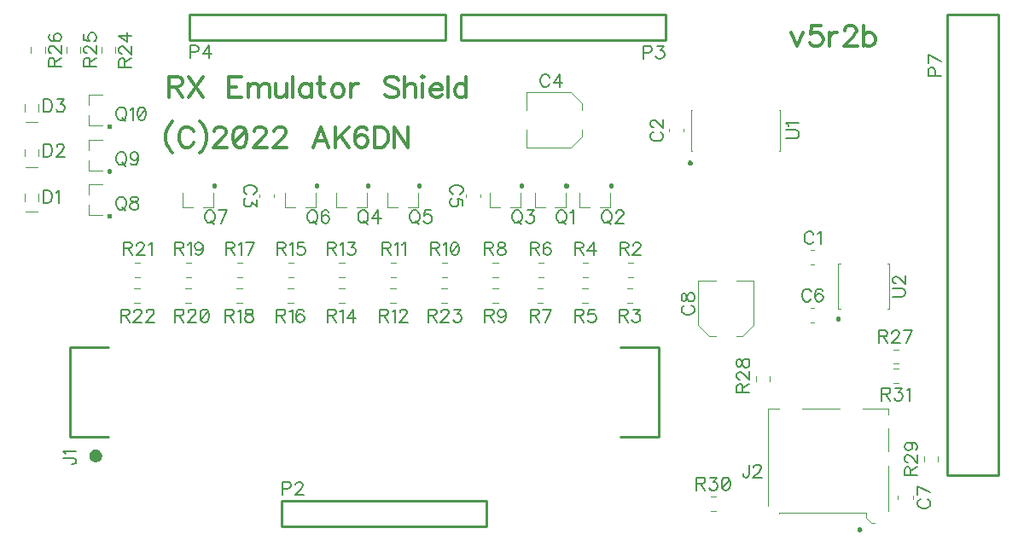
<source format=gto>
G04 DipTrace 4.3.0.2*
G04 TopSilk.gbr*
%MOIN*%
G04 #@! TF.FileFunction,Legend,Top*
G04 #@! TF.Part,Single*
%ADD10C,0.01*%
%ADD13C,0.004724*%
%ADD20C,0.003937*%
%ADD47C,0.00772*%
%ADD48C,0.012351*%
%FSLAX26Y26*%
G04*
G70*
G90*
G75*
G01*
G04 TopSilk*
%LPD*%
X3119094Y1128740D2*
D13*
X3130906D1*
X3119094Y1071260D2*
X3130906D1*
X2565009Y1590846D2*
Y1602657D1*
X2622490Y1590847D2*
X2622489Y1602658D1*
X1022491Y1346654D2*
Y1334843D1*
X965010Y1346654D2*
Y1334843D1*
X2009252Y1598130D2*
Y1529232D1*
X2182480D1*
X2225787Y1572539D1*
Y1598130D1*
X2009252Y1676870D2*
Y1745768D1*
X2182480D1*
X2225787Y1702461D1*
Y1676870D1*
X1828740Y1346655D2*
Y1334844D1*
X1771260Y1346655D2*
Y1334844D1*
X3119094Y903740D2*
X3130905D1*
X3119095Y846260D2*
X3130906D1*
X3458760Y156594D2*
Y168405D1*
X3516240Y156595D2*
Y168406D1*
X2748130Y1008268D2*
X2679232D1*
Y835039D1*
X2722539Y791732D1*
X2748130D1*
X2826870Y1008268D2*
X2895768D1*
Y835039D1*
X2852461Y791732D1*
X2826870D1*
X48228Y1320827D2*
D20*
Y1349173D1*
X101772Y1320827D2*
Y1349173D1*
X51772Y1279094D2*
X98228D1*
X48228Y1495827D2*
Y1524173D1*
X101772Y1495827D2*
Y1524173D1*
X51772Y1454094D2*
X98228D1*
X48228Y1670827D2*
Y1699173D1*
X101772Y1670827D2*
Y1699173D1*
X51772Y1629094D2*
X98228D1*
G36*
X300000Y325000D2*
X300214Y328263D1*
X300852Y331470D1*
X301903Y334567D1*
X303349Y337500D1*
X305166Y340219D1*
X307322Y342678D1*
X309781Y344834D1*
X312500Y346651D1*
X315433Y348097D1*
X318530Y349148D1*
X321737Y349786D1*
X325000Y350000D1*
X328263Y349786D1*
X331470Y349148D1*
X334567Y348097D1*
X337500Y346651D1*
X340219Y344834D1*
X342678Y342678D1*
X344834Y340219D1*
X346651Y337500D1*
X348097Y334567D1*
X349148Y331470D1*
X349786Y328263D1*
X350000Y325000D1*
D1*
X349786Y321737D1*
X349148Y318530D1*
X348097Y315433D1*
X346651Y312500D1*
X344834Y309781D1*
X342678Y307322D1*
X340219Y305166D1*
X337500Y303349D1*
X334567Y301903D1*
X331470Y300852D1*
X328263Y300214D1*
X325000Y300000D1*
X321737Y300214D1*
X318530Y300852D1*
X315433Y301903D1*
X312500Y303349D1*
X309781Y305166D1*
X307322Y307322D1*
X305166Y309781D1*
X303349Y312500D1*
X301903Y315433D1*
X300852Y318530D1*
X300214Y321737D1*
X300000Y325000D1*
D1*
G37*
X375000Y750000D2*
D10*
X225000D1*
Y400000D1*
X375000D1*
X2375000Y750000D2*
X2525000D1*
Y400000D1*
X2375000D1*
X2951472Y510728D2*
D13*
X2995966D1*
X3085333D2*
X3231005D1*
X3320373D2*
X3421945D1*
Y486513D1*
Y432579D2*
Y340845D1*
Y286911D2*
Y110530D1*
X3368801Y61909D2*
X3355016D1*
X3335331Y81594D1*
Y101280D1*
X2994386D1*
Y99568D1*
X2951472Y128247D2*
Y510728D1*
G36*
X3299902Y35531D2*
X3299986Y36816D1*
X3300237Y38079D1*
X3300651Y39298D1*
X3301220Y40453D1*
X3301935Y41523D1*
X3302784Y42491D1*
X3303752Y43340D1*
X3304823Y44055D1*
X3305978Y44625D1*
X3307197Y45039D1*
X3308459Y45290D1*
X3309744Y45374D1*
X3311029Y45290D1*
X3312292Y45039D1*
X3313511Y44625D1*
X3314665Y44055D1*
X3315736Y43340D1*
X3316704Y42491D1*
X3317553Y41523D1*
X3318268Y40453D1*
X3318837Y39298D1*
X3319251Y38079D1*
X3319502Y36816D1*
X3319587Y35531D1*
D1*
X3319502Y34247D1*
X3319251Y32984D1*
X3318837Y31765D1*
X3318268Y30610D1*
X3317553Y29540D1*
X3316704Y28572D1*
X3315736Y27723D1*
X3314665Y27008D1*
X3313511Y26438D1*
X3312292Y26024D1*
X3311029Y25773D1*
X3309744Y25689D1*
X3308459Y25773D1*
X3307197Y26024D1*
X3305978Y26438D1*
X3304823Y27008D1*
X3303752Y27723D1*
X3302784Y28572D1*
X3301935Y29540D1*
X3301220Y30610D1*
X3300651Y31765D1*
X3300237Y32984D1*
X3299986Y34247D1*
X3299902Y35531D1*
D1*
G37*
X1050000Y150000D2*
D10*
X1850000D1*
X1050000Y50000D2*
Y150000D1*
Y50000D2*
X1850000D1*
Y150000D1*
X2550000Y1950000D2*
X1750000D1*
X2550000Y2050000D2*
Y1950000D1*
Y2050000D2*
X1750000D1*
Y1950000D1*
X1690000D2*
Y2050000D1*
X690000Y1950000D2*
X1690000D1*
X690000D2*
Y2050000D1*
X765000D1*
X1690000D1*
X3650000Y250000D2*
X3850000D1*
X3650000Y2050000D2*
X3850000D1*
Y250000D1*
X3650000Y2050000D2*
Y250000D1*
X2119291Y1297441D2*
D13*
X2159843D1*
Y1352559D1*
X2080709Y1297441D2*
X2040157D1*
Y1352559D1*
G36*
X2174016Y1379331D2*
X2173932Y1378046D1*
X2173680Y1376783D1*
X2173267Y1375564D1*
X2172697Y1374409D1*
X2171982Y1373339D1*
X2171133Y1372371D1*
X2170165Y1371522D1*
X2169094Y1370807D1*
X2167940Y1370237D1*
X2166721Y1369824D1*
X2165458Y1369572D1*
X2164173Y1369488D1*
X2162889Y1369572D1*
X2161626Y1369824D1*
X2160407Y1370237D1*
X2159252Y1370807D1*
X2158181Y1371522D1*
X2157214Y1372371D1*
X2156365Y1373339D1*
X2155649Y1374409D1*
X2155080Y1375564D1*
X2154666Y1376783D1*
X2154415Y1378046D1*
X2154331Y1379331D1*
D1*
X2154415Y1380615D1*
X2154666Y1381878D1*
X2155080Y1383097D1*
X2155649Y1384252D1*
X2156365Y1385322D1*
X2157214Y1386290D1*
X2158181Y1387139D1*
X2159252Y1387855D1*
X2160407Y1388424D1*
X2161626Y1388838D1*
X2162889Y1389089D1*
X2164173Y1389173D1*
X2165458Y1389089D1*
X2166721Y1388838D1*
X2167940Y1388424D1*
X2169094Y1387855D1*
X2170165Y1387139D1*
X2171133Y1386290D1*
X2171982Y1385322D1*
X2172697Y1384252D1*
X2173267Y1383097D1*
X2173680Y1381878D1*
X2173932Y1380615D1*
X2174016Y1379331D1*
D1*
G37*
X2294291Y1297441D2*
D13*
X2334843D1*
Y1352559D1*
X2255709Y1297441D2*
X2215157D1*
Y1352559D1*
G36*
X2349016Y1379331D2*
X2348932Y1378046D1*
X2348680Y1376783D1*
X2348267Y1375564D1*
X2347697Y1374409D1*
X2346982Y1373339D1*
X2346133Y1372371D1*
X2345165Y1371522D1*
X2344094Y1370807D1*
X2342940Y1370237D1*
X2341721Y1369824D1*
X2340458Y1369572D1*
X2339173Y1369488D1*
X2337889Y1369572D1*
X2336626Y1369824D1*
X2335407Y1370237D1*
X2334252Y1370807D1*
X2333181Y1371522D1*
X2332214Y1372371D1*
X2331365Y1373339D1*
X2330649Y1374409D1*
X2330080Y1375564D1*
X2329666Y1376783D1*
X2329415Y1378046D1*
X2329331Y1379331D1*
D1*
X2329415Y1380615D1*
X2329666Y1381878D1*
X2330080Y1383097D1*
X2330649Y1384252D1*
X2331365Y1385322D1*
X2332214Y1386290D1*
X2333181Y1387139D1*
X2334252Y1387855D1*
X2335407Y1388424D1*
X2336626Y1388838D1*
X2337889Y1389089D1*
X2339173Y1389173D1*
X2340458Y1389089D1*
X2341721Y1388838D1*
X2342940Y1388424D1*
X2344094Y1387855D1*
X2345165Y1387139D1*
X2346133Y1386290D1*
X2346982Y1385322D1*
X2347697Y1384252D1*
X2348267Y1383097D1*
X2348680Y1381878D1*
X2348932Y1380615D1*
X2349016Y1379331D1*
D1*
G37*
X1944291Y1297441D2*
D13*
X1984843D1*
Y1352559D1*
X1905709Y1297441D2*
X1865157D1*
Y1352559D1*
G36*
X1999016Y1379331D2*
X1998932Y1378046D1*
X1998680Y1376783D1*
X1998267Y1375564D1*
X1997697Y1374409D1*
X1996982Y1373339D1*
X1996133Y1372371D1*
X1995165Y1371522D1*
X1994094Y1370807D1*
X1992940Y1370237D1*
X1991721Y1369824D1*
X1990458Y1369572D1*
X1989173Y1369488D1*
X1987889Y1369572D1*
X1986626Y1369824D1*
X1985407Y1370237D1*
X1984252Y1370807D1*
X1983181Y1371522D1*
X1982214Y1372371D1*
X1981365Y1373339D1*
X1980649Y1374409D1*
X1980080Y1375564D1*
X1979666Y1376783D1*
X1979415Y1378046D1*
X1979331Y1379331D1*
D1*
X1979415Y1380615D1*
X1979666Y1381878D1*
X1980080Y1383097D1*
X1980649Y1384252D1*
X1981365Y1385322D1*
X1982214Y1386290D1*
X1983181Y1387139D1*
X1984252Y1387855D1*
X1985407Y1388424D1*
X1986626Y1388838D1*
X1987889Y1389089D1*
X1989173Y1389173D1*
X1990458Y1389089D1*
X1991721Y1388838D1*
X1992940Y1388424D1*
X1994094Y1387855D1*
X1995165Y1387139D1*
X1996133Y1386290D1*
X1996982Y1385322D1*
X1997697Y1384252D1*
X1998267Y1383097D1*
X1998680Y1381878D1*
X1998932Y1380615D1*
X1999016Y1379331D1*
D1*
G37*
X1344291Y1297441D2*
D13*
X1384843D1*
Y1352559D1*
X1305709Y1297441D2*
X1265157D1*
Y1352559D1*
G36*
X1399016Y1379331D2*
X1398932Y1378046D1*
X1398680Y1376783D1*
X1398267Y1375564D1*
X1397697Y1374409D1*
X1396982Y1373339D1*
X1396133Y1372371D1*
X1395165Y1371522D1*
X1394094Y1370807D1*
X1392940Y1370237D1*
X1391721Y1369824D1*
X1390458Y1369572D1*
X1389173Y1369488D1*
X1387889Y1369572D1*
X1386626Y1369824D1*
X1385407Y1370237D1*
X1384252Y1370807D1*
X1383181Y1371522D1*
X1382214Y1372371D1*
X1381365Y1373339D1*
X1380649Y1374409D1*
X1380080Y1375564D1*
X1379666Y1376783D1*
X1379415Y1378046D1*
X1379331Y1379331D1*
D1*
X1379415Y1380615D1*
X1379666Y1381878D1*
X1380080Y1383097D1*
X1380649Y1384252D1*
X1381365Y1385322D1*
X1382214Y1386290D1*
X1383181Y1387139D1*
X1384252Y1387855D1*
X1385407Y1388424D1*
X1386626Y1388838D1*
X1387889Y1389089D1*
X1389173Y1389173D1*
X1390458Y1389089D1*
X1391721Y1388838D1*
X1392940Y1388424D1*
X1394094Y1387855D1*
X1395165Y1387139D1*
X1396133Y1386290D1*
X1396982Y1385322D1*
X1397697Y1384252D1*
X1398267Y1383097D1*
X1398680Y1381878D1*
X1398932Y1380615D1*
X1399016Y1379331D1*
D1*
G37*
X1544291Y1297441D2*
D13*
X1584843D1*
Y1352559D1*
X1505709Y1297441D2*
X1465157D1*
Y1352559D1*
G36*
X1599016Y1379331D2*
X1598932Y1378046D1*
X1598680Y1376783D1*
X1598267Y1375564D1*
X1597697Y1374409D1*
X1596982Y1373339D1*
X1596133Y1372371D1*
X1595165Y1371522D1*
X1594094Y1370807D1*
X1592940Y1370237D1*
X1591721Y1369824D1*
X1590458Y1369572D1*
X1589173Y1369488D1*
X1587889Y1369572D1*
X1586626Y1369824D1*
X1585407Y1370237D1*
X1584252Y1370807D1*
X1583181Y1371522D1*
X1582214Y1372371D1*
X1581365Y1373339D1*
X1580649Y1374409D1*
X1580080Y1375564D1*
X1579666Y1376783D1*
X1579415Y1378046D1*
X1579331Y1379331D1*
D1*
X1579415Y1380615D1*
X1579666Y1381878D1*
X1580080Y1383097D1*
X1580649Y1384252D1*
X1581365Y1385322D1*
X1582214Y1386290D1*
X1583181Y1387139D1*
X1584252Y1387855D1*
X1585407Y1388424D1*
X1586626Y1388838D1*
X1587889Y1389089D1*
X1589173Y1389173D1*
X1590458Y1389089D1*
X1591721Y1388838D1*
X1592940Y1388424D1*
X1594094Y1387855D1*
X1595165Y1387139D1*
X1596133Y1386290D1*
X1596982Y1385322D1*
X1597697Y1384252D1*
X1598267Y1383097D1*
X1598680Y1381878D1*
X1598932Y1380615D1*
X1599016Y1379331D1*
D1*
G37*
X1144291Y1297441D2*
D13*
X1184843D1*
Y1352559D1*
X1105709Y1297441D2*
X1065157D1*
Y1352559D1*
G36*
X1199016Y1379331D2*
X1198932Y1378046D1*
X1198680Y1376783D1*
X1198267Y1375564D1*
X1197697Y1374409D1*
X1196982Y1373339D1*
X1196133Y1372371D1*
X1195165Y1371522D1*
X1194094Y1370807D1*
X1192940Y1370237D1*
X1191721Y1369824D1*
X1190458Y1369572D1*
X1189173Y1369488D1*
X1187889Y1369572D1*
X1186626Y1369824D1*
X1185407Y1370237D1*
X1184252Y1370807D1*
X1183181Y1371522D1*
X1182214Y1372371D1*
X1181365Y1373339D1*
X1180649Y1374409D1*
X1180080Y1375564D1*
X1179666Y1376783D1*
X1179415Y1378046D1*
X1179331Y1379331D1*
D1*
X1179415Y1380615D1*
X1179666Y1381878D1*
X1180080Y1383097D1*
X1180649Y1384252D1*
X1181365Y1385322D1*
X1182214Y1386290D1*
X1183181Y1387139D1*
X1184252Y1387855D1*
X1185407Y1388424D1*
X1186626Y1388838D1*
X1187889Y1389089D1*
X1189173Y1389173D1*
X1190458Y1389089D1*
X1191721Y1388838D1*
X1192940Y1388424D1*
X1194094Y1387855D1*
X1195165Y1387139D1*
X1196133Y1386290D1*
X1196982Y1385322D1*
X1197697Y1384252D1*
X1198267Y1383097D1*
X1198680Y1381878D1*
X1198932Y1380615D1*
X1199016Y1379331D1*
D1*
G37*
X744291Y1297441D2*
D13*
X784843D1*
Y1352559D1*
X705709Y1297441D2*
X665157D1*
Y1352559D1*
G36*
X799016Y1379331D2*
X798932Y1378046D1*
X798680Y1376783D1*
X798267Y1375564D1*
X797697Y1374409D1*
X796982Y1373339D1*
X796133Y1372371D1*
X795165Y1371522D1*
X794094Y1370807D1*
X792940Y1370237D1*
X791721Y1369824D1*
X790458Y1369572D1*
X789173Y1369488D1*
X787889Y1369572D1*
X786626Y1369824D1*
X785407Y1370237D1*
X784252Y1370807D1*
X783181Y1371522D1*
X782214Y1372371D1*
X781365Y1373339D1*
X780649Y1374409D1*
X780080Y1375564D1*
X779666Y1376783D1*
X779415Y1378046D1*
X779331Y1379331D1*
D1*
X779415Y1380615D1*
X779666Y1381878D1*
X780080Y1383097D1*
X780649Y1384252D1*
X781365Y1385322D1*
X782214Y1386290D1*
X783181Y1387139D1*
X784252Y1387855D1*
X785407Y1388424D1*
X786626Y1388838D1*
X787889Y1389089D1*
X789173Y1389173D1*
X790458Y1389089D1*
X791721Y1388838D1*
X792940Y1388424D1*
X794094Y1387855D1*
X795165Y1387139D1*
X796133Y1386290D1*
X796982Y1385322D1*
X797697Y1384252D1*
X798267Y1383097D1*
X798680Y1381878D1*
X798932Y1380615D1*
X799016Y1379331D1*
D1*
G37*
X297441Y1305709D2*
D13*
Y1265157D1*
X352559D1*
X297441Y1344291D2*
Y1384843D1*
X352559D1*
G36*
X379331Y1250984D2*
X378046Y1251068D1*
X376783Y1251320D1*
X375564Y1251733D1*
X374409Y1252303D1*
X373339Y1253018D1*
X372371Y1253867D1*
X371522Y1254835D1*
X370807Y1255906D1*
X370237Y1257060D1*
X369824Y1258279D1*
X369572Y1259542D1*
X369488Y1260827D1*
X369572Y1262111D1*
X369824Y1263374D1*
X370237Y1264593D1*
X370807Y1265748D1*
X371522Y1266819D1*
X372371Y1267786D1*
X373339Y1268635D1*
X374409Y1269351D1*
X375564Y1269920D1*
X376783Y1270334D1*
X378046Y1270585D1*
X379331Y1270669D1*
D1*
X380615Y1270585D1*
X381878Y1270334D1*
X383097Y1269920D1*
X384252Y1269351D1*
X385322Y1268635D1*
X386290Y1267786D1*
X387139Y1266819D1*
X387855Y1265748D1*
X388424Y1264593D1*
X388838Y1263374D1*
X389089Y1262111D1*
X389173Y1260827D1*
X389089Y1259542D1*
X388838Y1258279D1*
X388424Y1257060D1*
X387855Y1255906D1*
X387139Y1254835D1*
X386290Y1253867D1*
X385322Y1253018D1*
X384252Y1252303D1*
X383097Y1251733D1*
X381878Y1251320D1*
X380615Y1251068D1*
X379331Y1250984D1*
D1*
G37*
X297441Y1480709D2*
D13*
Y1440157D1*
X352559D1*
X297441Y1519291D2*
Y1559843D1*
X352559D1*
G36*
X379331Y1425984D2*
X378046Y1426068D1*
X376783Y1426320D1*
X375564Y1426733D1*
X374409Y1427303D1*
X373339Y1428018D1*
X372371Y1428867D1*
X371522Y1429835D1*
X370807Y1430906D1*
X370237Y1432060D1*
X369824Y1433279D1*
X369572Y1434542D1*
X369488Y1435827D1*
X369572Y1437111D1*
X369824Y1438374D1*
X370237Y1439593D1*
X370807Y1440748D1*
X371522Y1441819D1*
X372371Y1442786D1*
X373339Y1443635D1*
X374409Y1444351D1*
X375564Y1444920D1*
X376783Y1445334D1*
X378046Y1445585D1*
X379331Y1445669D1*
D1*
X380615Y1445585D1*
X381878Y1445334D1*
X383097Y1444920D1*
X384252Y1444351D1*
X385322Y1443635D1*
X386290Y1442786D1*
X387139Y1441819D1*
X387855Y1440748D1*
X388424Y1439593D1*
X388838Y1438374D1*
X389089Y1437111D1*
X389173Y1435827D1*
X389089Y1434542D1*
X388838Y1433279D1*
X388424Y1432060D1*
X387855Y1430906D1*
X387139Y1429835D1*
X386290Y1428867D1*
X385322Y1428018D1*
X384252Y1427303D1*
X383097Y1426733D1*
X381878Y1426320D1*
X380615Y1426068D1*
X379331Y1425984D1*
D1*
G37*
X297441Y1655709D2*
D13*
Y1615157D1*
X352559D1*
X297441Y1694291D2*
Y1734843D1*
X352559D1*
G36*
X379331Y1600984D2*
X378046Y1601068D1*
X376783Y1601320D1*
X375564Y1601733D1*
X374409Y1602303D1*
X373339Y1603018D1*
X372371Y1603867D1*
X371522Y1604835D1*
X370807Y1605906D1*
X370237Y1607060D1*
X369824Y1608279D1*
X369572Y1609542D1*
X369488Y1610827D1*
X369572Y1612111D1*
X369824Y1613374D1*
X370237Y1614593D1*
X370807Y1615748D1*
X371522Y1616819D1*
X372371Y1617786D1*
X373339Y1618635D1*
X374409Y1619351D1*
X375564Y1619920D1*
X376783Y1620334D1*
X378046Y1620585D1*
X379331Y1620669D1*
D1*
X380615Y1620585D1*
X381878Y1620334D1*
X383097Y1619920D1*
X384252Y1619351D1*
X385322Y1618635D1*
X386290Y1617786D1*
X387139Y1616819D1*
X387855Y1615748D1*
X388424Y1614593D1*
X388838Y1613374D1*
X389089Y1612111D1*
X389173Y1610827D1*
X389089Y1609542D1*
X388838Y1608279D1*
X388424Y1607060D1*
X387855Y1605906D1*
X387139Y1604835D1*
X386290Y1603867D1*
X385322Y1603018D1*
X384252Y1602303D1*
X383097Y1601733D1*
X381878Y1601320D1*
X380615Y1601068D1*
X379331Y1600984D1*
D1*
G37*
X2424213Y1022441D2*
D13*
X2403740D1*
X2424213Y1077559D2*
X2403740D1*
X2400787Y977559D2*
X2421260D1*
X2400787Y922441D2*
X2421260D1*
X2249213Y1022441D2*
X2228741D1*
X2249212Y1077559D2*
X2228740D1*
X2225787Y977559D2*
X2246259D1*
X2225788Y922441D2*
X2246261D1*
X2074213Y1022441D2*
X2053741D1*
X2074212Y1077559D2*
X2053740D1*
X2050787Y977559D2*
X2071260D1*
X2050787Y922441D2*
X2071260D1*
X1896260Y1022441D2*
X1875787D1*
X1896260Y1077559D2*
X1875787D1*
Y977559D2*
X1896260D1*
X1875787Y922441D2*
X1896260D1*
X1699213Y1022441D2*
X1678741D1*
X1699212Y1077559D2*
X1678740D1*
X1499213Y1022441D2*
X1478740D1*
X1499213Y1077559D2*
X1478740D1*
X1475787Y977559D2*
X1496260D1*
X1475787Y922441D2*
X1496260D1*
X1296260Y1022441D2*
X1275787D1*
X1296260Y1077559D2*
X1275787D1*
Y977559D2*
X1296260D1*
X1275787Y922441D2*
X1296260D1*
X1099213Y1022441D2*
X1078740D1*
X1099213Y1077559D2*
X1078740D1*
X1075787Y977559D2*
X1096260D1*
X1075787Y922441D2*
X1096260D1*
X899213Y1022441D2*
X878740D1*
X899213Y1077559D2*
X878740D1*
X875787Y977559D2*
X896260D1*
X875787Y922441D2*
X896260D1*
X699213Y1022441D2*
X678740D1*
X699213Y1077559D2*
X678740D1*
X675787Y977559D2*
X696259D1*
X675788Y922441D2*
X696261D1*
X499213Y1022441D2*
X478740D1*
X499213Y1077559D2*
X478740D1*
X475787Y977559D2*
X496260D1*
X475787Y922441D2*
X496260D1*
X1675787Y977559D2*
X1696260D1*
X1675787Y922441D2*
X1696260D1*
X347441Y1900787D2*
Y1921259D1*
X402559Y1900788D2*
Y1921260D1*
X209941Y1900787D2*
Y1921259D1*
X265059Y1900788D2*
Y1921260D1*
X72441Y1900787D2*
Y1921259D1*
X127559Y1900788D2*
Y1921260D1*
X3439763Y665059D2*
X3460235D1*
X3439765Y609941D2*
X3460237D1*
X2903691Y614763D2*
Y635236D1*
X2958809Y614764D2*
Y635237D1*
X3559941Y302262D2*
X3559940Y322735D1*
X3615060Y302265D2*
X3615059Y322738D1*
X2747737Y109941D2*
X2727265D1*
X2747735Y165059D2*
X2727263D1*
X3439763Y740059D2*
X3460235D1*
X3439765Y684941D2*
X3460237D1*
X2654921Y1674213D2*
X2652559D1*
Y1516732D1*
X2654921D1*
X2995079Y1674213D2*
X2997441D1*
Y1516732D1*
X2995079D1*
G36*
X2637598Y1469094D2*
X2637683Y1470379D1*
X2637934Y1471642D1*
X2638348Y1472861D1*
X2638917Y1474016D1*
X2639632Y1475086D1*
X2640481Y1476054D1*
X2641449Y1476903D1*
X2642520Y1477618D1*
X2643674Y1478188D1*
X2644894Y1478602D1*
X2646156Y1478853D1*
X2647441Y1478937D1*
X2648726Y1478853D1*
X2649988Y1478602D1*
X2651208Y1478188D1*
X2652362Y1477618D1*
X2653433Y1476903D1*
X2654401Y1476054D1*
X2655250Y1475086D1*
X2655965Y1474016D1*
X2656534Y1472861D1*
X2656948Y1471642D1*
X2657199Y1470379D1*
X2657283Y1469094D1*
D1*
X2657199Y1467810D1*
X2656948Y1466547D1*
X2656534Y1465328D1*
X2655965Y1464173D1*
X2655250Y1463103D1*
X2654401Y1462135D1*
X2653433Y1461286D1*
X2652362Y1460571D1*
X2651208Y1460001D1*
X2649988Y1459587D1*
X2648726Y1459336D1*
X2647441Y1459252D1*
X2646156Y1459336D1*
X2644894Y1459587D1*
X2643674Y1460001D1*
X2642520Y1460571D1*
X2641449Y1461286D1*
X2640481Y1462135D1*
X2639632Y1463103D1*
X2638917Y1464173D1*
X2638348Y1465328D1*
X2637934Y1466547D1*
X2637683Y1467810D1*
X2637598Y1469094D1*
D1*
G37*
X3233268Y1076083D2*
D13*
X3224606D1*
Y898917D1*
X3233268D1*
X3416732Y1076083D2*
X3425394D1*
Y898917D1*
X3416732D1*
G36*
X3215945Y859154D2*
X3216029Y860438D1*
X3216280Y861701D1*
X3216694Y862920D1*
X3217264Y864075D1*
X3217979Y865145D1*
X3218828Y866113D1*
X3219796Y866962D1*
X3220866Y867677D1*
X3222021Y868247D1*
X3223240Y868661D1*
X3224503Y868912D1*
X3225787Y868996D1*
X3227072Y868912D1*
X3228335Y868661D1*
X3229554Y868247D1*
X3230709Y867677D1*
X3231779Y866962D1*
X3232747Y866113D1*
X3233596Y865145D1*
X3234311Y864075D1*
X3234881Y862920D1*
X3235295Y861701D1*
X3235546Y860438D1*
X3235630Y859154D1*
D1*
X3235546Y857869D1*
X3235295Y856606D1*
X3234881Y855387D1*
X3234311Y854232D1*
X3233596Y853162D1*
X3232747Y852194D1*
X3231779Y851345D1*
X3230709Y850630D1*
X3229554Y850060D1*
X3228335Y849646D1*
X3227072Y849395D1*
X3225787Y849311D1*
X3224503Y849395D1*
X3223240Y849646D1*
X3222021Y850060D1*
X3220866Y850630D1*
X3219796Y851345D1*
X3218828Y852194D1*
X3217979Y853162D1*
X3217264Y854232D1*
X3216694Y855387D1*
X3216280Y856606D1*
X3216029Y857869D1*
X3215945Y859154D1*
D1*
G37*
X625251Y1631324D2*
D48*
X617558Y1623719D1*
X609953Y1612223D1*
X602259Y1596925D1*
X598457Y1577735D1*
Y1562436D1*
X602259Y1543335D1*
X609953Y1528037D1*
X617558Y1516541D1*
X625251Y1508935D1*
X707346Y1591265D2*
X703543Y1598870D1*
X695850Y1606564D1*
X688245Y1610366D1*
X672946D1*
X665253Y1606564D1*
X657648Y1598870D1*
X653757Y1591265D1*
X649954Y1579769D1*
Y1560579D1*
X653757Y1549172D1*
X657648Y1541478D1*
X665253Y1533873D1*
X672946Y1529982D1*
X688245D1*
X695850Y1533873D1*
X703543Y1541478D1*
X707346Y1549172D1*
X732049Y1631324D2*
X739742Y1623719D1*
X747347Y1612223D1*
X755041Y1596925D1*
X758843Y1577735D1*
Y1562436D1*
X755041Y1543335D1*
X747347Y1528037D1*
X739742Y1516541D1*
X732049Y1508935D1*
X787437Y1591177D2*
Y1594979D1*
X791240Y1602673D1*
X795042Y1606475D1*
X802736Y1610278D1*
X818034D1*
X825639Y1606475D1*
X829442Y1602673D1*
X833333Y1594979D1*
Y1587374D1*
X829442Y1579680D1*
X821837Y1568273D1*
X783546Y1529982D1*
X837135D1*
X884830Y1610278D2*
X873334Y1606475D1*
X865641Y1594979D1*
X861838Y1575878D1*
Y1564382D1*
X865641Y1545281D1*
X873334Y1533785D1*
X884830Y1529982D1*
X892435D1*
X903932Y1533785D1*
X911537Y1545281D1*
X915428Y1564382D1*
Y1575878D1*
X911537Y1594979D1*
X903932Y1606475D1*
X892435Y1610278D1*
X884830D1*
X911537Y1594979D2*
X865641Y1545281D1*
X944021Y1591177D2*
Y1594979D1*
X947824Y1602673D1*
X951626Y1606475D1*
X959320Y1610278D1*
X974619D1*
X982224Y1606475D1*
X986026Y1602673D1*
X989917Y1594979D1*
Y1587374D1*
X986026Y1579680D1*
X978421Y1568273D1*
X940130Y1529982D1*
X993720D1*
X1022314Y1591177D2*
Y1594979D1*
X1026116Y1602673D1*
X1029919Y1606475D1*
X1037612Y1610278D1*
X1052911D1*
X1060516Y1606475D1*
X1064318Y1602673D1*
X1068209Y1594979D1*
Y1587374D1*
X1064318Y1579680D1*
X1056713Y1568273D1*
X1018423Y1529982D1*
X1072012D1*
X1235759D2*
X1205073Y1610366D1*
X1174476Y1529982D1*
X1185972Y1556777D2*
X1224263D1*
X1260462Y1610366D2*
Y1529982D1*
X1314051Y1610366D2*
X1260462Y1556777D1*
X1279563Y1575966D2*
X1314051Y1529982D1*
X1384650Y1598870D2*
X1380847Y1606475D1*
X1369351Y1610278D1*
X1361746D1*
X1350250Y1606475D1*
X1342557Y1594979D1*
X1338754Y1575878D1*
Y1556777D1*
X1342557Y1541478D1*
X1350250Y1533785D1*
X1361746Y1529982D1*
X1365549D1*
X1376956Y1533785D1*
X1384650Y1541478D1*
X1388452Y1552974D1*
Y1556777D1*
X1384650Y1568273D1*
X1376956Y1575878D1*
X1365549Y1579680D1*
X1361746D1*
X1350250Y1575878D1*
X1342557Y1568273D1*
X1338754Y1556777D1*
X1413155Y1610366D2*
Y1529982D1*
X1439950D1*
X1451446Y1533873D1*
X1459139Y1541478D1*
X1462942Y1549172D1*
X1466745Y1560579D1*
Y1579769D1*
X1462942Y1591265D1*
X1459139Y1598870D1*
X1451446Y1606564D1*
X1439950Y1610366D1*
X1413155D1*
X1545037D2*
Y1529982D1*
X1491447Y1610366D1*
Y1529982D1*
X610957Y1767295D2*
X645356D1*
X656852Y1771185D1*
X660743Y1774988D1*
X664546Y1782593D1*
Y1790287D1*
X660743Y1797892D1*
X656852Y1801783D1*
X645356Y1805585D1*
X610957D1*
Y1725201D1*
X637751Y1767295D2*
X664546Y1725201D1*
X689249Y1805585D2*
X742838Y1725201D1*
Y1805585D2*
X689249Y1725201D1*
X895001Y1805585D2*
X845302D1*
Y1725201D1*
X895001D1*
X845302Y1767295D2*
X875900D1*
X919704Y1778791D2*
Y1725201D1*
Y1763492D2*
X931200Y1774988D1*
X938893Y1778791D1*
X950301D1*
X957994Y1774988D1*
X961797Y1763492D1*
Y1725201D1*
Y1763492D2*
X973293Y1774988D1*
X980986Y1778791D1*
X992394D1*
X1000088Y1774988D1*
X1003978Y1763492D1*
Y1725201D1*
X1028681Y1778791D2*
Y1740500D1*
X1032484Y1729092D1*
X1040177Y1725201D1*
X1051673D1*
X1059279Y1729092D1*
X1070775Y1740500D1*
Y1778791D2*
Y1725201D1*
X1095477Y1805585D2*
Y1725201D1*
X1166076Y1778791D2*
Y1725201D1*
Y1767295D2*
X1158471Y1774988D1*
X1150777Y1778791D1*
X1139370D1*
X1131676Y1774988D1*
X1124071Y1767295D1*
X1120180Y1755798D1*
Y1748193D1*
X1124071Y1736697D1*
X1131676Y1729092D1*
X1139370Y1725201D1*
X1150777D1*
X1158471Y1729092D1*
X1166076Y1736697D1*
X1202275Y1805585D2*
Y1740500D1*
X1206077Y1729092D1*
X1213771Y1725201D1*
X1221376D1*
X1190779Y1778791D2*
X1217573D1*
X1265180D2*
X1257575Y1774988D1*
X1249881Y1767295D1*
X1246079Y1755798D1*
Y1748193D1*
X1249881Y1736697D1*
X1257575Y1729092D1*
X1265180Y1725201D1*
X1276676D1*
X1284370Y1729092D1*
X1291975Y1736697D1*
X1295866Y1748193D1*
Y1755798D1*
X1291975Y1767295D1*
X1284370Y1774988D1*
X1276676Y1778791D1*
X1265180D1*
X1320568D2*
Y1725201D1*
Y1755798D2*
X1324459Y1767295D1*
X1332064Y1774988D1*
X1339758Y1778791D1*
X1351254D1*
X1507308Y1794089D2*
X1499703Y1801783D1*
X1488207Y1805585D1*
X1472908D1*
X1461412Y1801783D1*
X1453718Y1794089D1*
Y1786484D1*
X1457609Y1778791D1*
X1461412Y1774988D1*
X1469017Y1771185D1*
X1492009Y1763492D1*
X1499703Y1759689D1*
X1503505Y1755798D1*
X1507308Y1748193D1*
Y1736697D1*
X1499703Y1729092D1*
X1488207Y1725201D1*
X1472908D1*
X1461412Y1729092D1*
X1453718Y1736697D1*
X1532010Y1805585D2*
Y1725201D1*
Y1763492D2*
X1543507Y1774988D1*
X1551200Y1778791D1*
X1562696D1*
X1570301Y1774988D1*
X1574104Y1763492D1*
Y1725201D1*
X1598807Y1805585D2*
X1602609Y1801783D1*
X1606500Y1805585D1*
X1602609Y1809476D1*
X1598807Y1805585D1*
X1602609Y1778791D2*
Y1725201D1*
X1631203Y1755798D2*
X1677099D1*
Y1763492D1*
X1673296Y1771185D1*
X1669494Y1774988D1*
X1661800Y1778791D1*
X1650304D1*
X1642699Y1774988D1*
X1635005Y1767295D1*
X1631203Y1755798D1*
Y1748193D1*
X1635005Y1736697D1*
X1642699Y1729092D1*
X1650304Y1725201D1*
X1661800D1*
X1669494Y1729092D1*
X1677099Y1736697D1*
X1701801Y1805585D2*
Y1725201D1*
X1772400Y1805585D2*
Y1725201D1*
Y1767295D2*
X1764795Y1774988D1*
X1757102Y1778791D1*
X1745605D1*
X1738000Y1774988D1*
X1730307Y1767295D1*
X1726504Y1755798D1*
Y1748193D1*
X1730307Y1736697D1*
X1738000Y1729092D1*
X1745605Y1725201D1*
X1757102D1*
X1764795Y1729092D1*
X1772400Y1736697D1*
X3042206Y1978791D2*
X3065198Y1925201D1*
X3088102Y1978791D1*
X3158700Y2005497D2*
X3120498D1*
X3116695Y1971097D1*
X3120498Y1974900D1*
X3131994Y1978791D1*
X3143402D1*
X3154898Y1974900D1*
X3162591Y1967295D1*
X3166394Y1955798D1*
Y1948193D1*
X3162591Y1936697D1*
X3154898Y1929004D1*
X3143402Y1925201D1*
X3131994D1*
X3120498Y1929004D1*
X3116695Y1932895D1*
X3112804Y1940500D1*
X3191097Y1978791D2*
Y1925201D1*
Y1955798D2*
X3194988Y1967295D1*
X3202593Y1974988D1*
X3210286Y1978791D1*
X3221782D1*
X3250376Y1986396D2*
Y1990198D1*
X3254179Y1997892D1*
X3257981Y2001694D1*
X3265675Y2005497D1*
X3280973D1*
X3288578Y2001694D1*
X3292381Y1997892D1*
X3296272Y1990198D1*
Y1982593D1*
X3292381Y1974900D1*
X3284776Y1963492D1*
X3246485Y1925201D1*
X3300074D1*
X3324777Y2005585D2*
Y1925201D1*
Y1967295D2*
X3332471Y1974988D1*
X3340076Y1978791D1*
X3351572D1*
X3359177Y1974988D1*
X3366870Y1967295D1*
X3370673Y1955798D1*
Y1948193D1*
X3366870Y1936697D1*
X3359177Y1929092D1*
X3351572Y1925201D1*
X3340076D1*
X3332471Y1929092D1*
X3324777Y1936697D1*
X3129219Y1190345D2*
D47*
X3126842Y1195098D1*
X3122034Y1199907D1*
X3117280Y1202283D1*
X3107719D1*
X3102910Y1199907D1*
X3098157Y1195098D1*
X3095725Y1190345D1*
X3093349Y1183160D1*
Y1171166D1*
X3095725Y1164037D1*
X3098157Y1159228D1*
X3102910Y1154475D1*
X3107719Y1152043D1*
X3117280D1*
X3122034Y1154475D1*
X3126842Y1159228D1*
X3129219Y1164037D1*
X3144658Y1192666D2*
X3149466Y1195098D1*
X3156651Y1202228D1*
Y1152043D1*
X2503405Y1590220D2*
X2498651Y1587844D1*
X2493843Y1583035D1*
X2491467Y1578282D1*
Y1568720D1*
X2493843Y1563912D1*
X2498652Y1559159D1*
X2503405Y1556727D1*
X2510590Y1554350D1*
X2522584Y1554351D1*
X2529713Y1556727D1*
X2534522Y1559159D1*
X2539275Y1563913D1*
X2541707Y1568721D1*
Y1578283D1*
X2539275Y1583036D1*
X2534521Y1587844D1*
X2529713Y1590221D1*
X2503460Y1608091D2*
X2501083D1*
X2496274Y1610468D1*
X2493898Y1612844D1*
X2491521Y1617653D1*
Y1627214D1*
X2493897Y1631968D1*
X2496274Y1634344D1*
X2501082Y1636776D1*
X2505836D1*
X2510644Y1634345D1*
X2517774Y1629592D1*
X2541706Y1605660D1*
X2541705Y1639154D1*
X941195Y1347279D2*
X945948Y1349656D1*
X950757Y1354464D1*
X953134Y1359218D1*
Y1368779D1*
X950757Y1373588D1*
X945948Y1378341D1*
X941195Y1380773D1*
X934010Y1383149D1*
X922017D1*
X914887Y1380773D1*
X910079Y1378341D1*
X905325Y1373588D1*
X902893Y1368779D1*
Y1359218D1*
X905325Y1354464D1*
X910079Y1349656D1*
X914887Y1347279D1*
X953078Y1327032D2*
Y1300779D1*
X933955Y1315093D1*
Y1307908D1*
X931578Y1303155D1*
X929202Y1300779D1*
X922017Y1298347D1*
X917264D1*
X910079Y1300779D1*
X905270Y1305532D1*
X902893Y1312717D1*
Y1319902D1*
X905270Y1327032D1*
X907702Y1329408D1*
X912455Y1331840D1*
X2097300Y1803823D2*
X2094923Y1808576D1*
X2090115Y1813384D1*
X2085362Y1815761D1*
X2075800D1*
X2070992Y1813384D1*
X2066239Y1808576D1*
X2063807Y1803823D1*
X2061430Y1796638D1*
Y1784644D1*
X2063807Y1777514D1*
X2066239Y1772706D1*
X2070992Y1767953D1*
X2075800Y1765521D1*
X2085362D1*
X2090115Y1767953D1*
X2094923Y1772706D1*
X2097300Y1777514D1*
X2136671Y1765521D2*
Y1815706D1*
X2112739Y1782267D1*
X2148609D1*
X1747443Y1347281D2*
X1752196Y1349657D1*
X1757005Y1354466D1*
X1759382Y1359219D1*
Y1368781D1*
X1757005Y1373589D1*
X1752196Y1378342D1*
X1747443Y1380774D1*
X1740258Y1383151D1*
X1728265D1*
X1721135Y1380774D1*
X1716327Y1378342D1*
X1711573Y1373589D1*
X1709142Y1368781D1*
Y1359219D1*
X1711573Y1354466D1*
X1716327Y1349657D1*
X1721135Y1347281D1*
X1759326Y1303157D2*
Y1327033D1*
X1737826Y1329410D1*
X1740203Y1327033D1*
X1742635Y1319848D1*
Y1312718D1*
X1740203Y1305533D1*
X1735450Y1300725D1*
X1728265Y1298348D1*
X1723512D1*
X1716327Y1300725D1*
X1711518Y1305533D1*
X1709142Y1312718D1*
Y1319848D1*
X1711518Y1327033D1*
X1713950Y1329410D1*
X1718703Y1331841D1*
X3119682Y965346D2*
X3117305Y970099D1*
X3112497Y974907D1*
X3107743Y977284D1*
X3098182D1*
X3093373Y974907D1*
X3088620Y970098D1*
X3086189Y965345D1*
X3083812Y958160D1*
X3083813Y946166D1*
X3086189Y939037D1*
X3088621Y934228D1*
X3093375Y929475D1*
X3098183Y927044D1*
X3107745D1*
X3112498Y929476D1*
X3117306Y934229D1*
X3119683Y939038D1*
X3163806Y970101D2*
X3161429Y974854D1*
X3154244Y977230D1*
X3149491D1*
X3142306Y974853D1*
X3137498Y967668D1*
X3135121Y955730D1*
X3135122Y943791D1*
X3137499Y934230D1*
X3142307Y929422D1*
X3149492Y927045D1*
X3151869D1*
X3158999Y929422D1*
X3163807Y934231D1*
X3166183Y941416D1*
Y943792D1*
X3163807Y950977D1*
X3158998Y955730D1*
X3151868Y958107D1*
X3149491D1*
X3142307Y955730D1*
X3137498Y950976D1*
X3135122Y943791D1*
X3547158Y155968D2*
X3542404Y153592D1*
X3537596Y148783D1*
X3535220Y144030D1*
Y134468D1*
X3537596Y129660D1*
X3542405Y124907D1*
X3547158Y122475D1*
X3554343Y120099D1*
X3566337D1*
X3573466Y122476D1*
X3578275Y124907D1*
X3583028Y129661D1*
X3585460Y134469D1*
Y144031D1*
X3583028Y148784D1*
X3578274Y153592D1*
X3573466Y155969D1*
X3585459Y180970D2*
X3535274Y204901D1*
Y171407D1*
X2625255Y912244D2*
X2620502Y909868D1*
X2615693Y905059D1*
X2613317Y900306D1*
Y890744D1*
X2615693Y885936D1*
X2620502Y881183D1*
X2625255Y878751D1*
X2632440Y876374D1*
X2644433D1*
X2651563Y878751D1*
X2656372Y881183D1*
X2661125Y885936D1*
X2663557Y890744D1*
Y900306D1*
X2661125Y905059D1*
X2656372Y909868D1*
X2651563Y912244D1*
X2613372Y939622D2*
X2615748Y932492D1*
X2620502Y930060D1*
X2625310D1*
X2630063Y932492D1*
X2632495Y937245D1*
X2634872Y946807D1*
X2637248Y953992D1*
X2642057Y958745D1*
X2646810Y961122D1*
X2653995D1*
X2658748Y958745D1*
X2661180Y956368D1*
X2663557Y949183D1*
Y939622D1*
X2661180Y932492D1*
X2658748Y930060D1*
X2653995Y927684D1*
X2646810D1*
X2642057Y930060D1*
X2637248Y934869D1*
X2634872Y941998D1*
X2632495Y951560D1*
X2630063Y956368D1*
X2625310Y958745D1*
X2620502D1*
X2615748Y956368D1*
X2613372Y949183D1*
Y939622D1*
X121400Y1363133D2*
Y1312893D1*
X138147D1*
X145332Y1315324D1*
X150141Y1320078D1*
X152517Y1324886D1*
X154894Y1332016D1*
Y1344009D1*
X152517Y1351194D1*
X150141Y1355947D1*
X145332Y1360756D1*
X138147Y1363133D1*
X121400D1*
X170333Y1353516D2*
X175142Y1355947D1*
X182327Y1363077D1*
Y1312893D1*
X121401Y1543386D2*
Y1493146D1*
X138148D1*
X145333Y1495578D1*
X150141Y1500331D1*
X152518Y1505139D1*
X154895Y1512269D1*
Y1524263D1*
X152518Y1531448D1*
X150141Y1536201D1*
X145333Y1541009D1*
X138148Y1543386D1*
X121401D1*
X172766Y1531392D2*
Y1533769D1*
X175142Y1538577D1*
X177519Y1540954D1*
X182327Y1543331D1*
X191889D1*
X196642Y1540954D1*
X199019Y1538577D1*
X201451Y1533769D1*
Y1529016D1*
X199019Y1524207D1*
X194266Y1517078D1*
X170334Y1493146D1*
X203827D1*
X121401Y1718386D2*
Y1668146D1*
X138148D1*
X145333Y1670578D1*
X150141Y1675331D1*
X152518Y1680139D1*
X154895Y1687269D1*
Y1699263D1*
X152518Y1706448D1*
X150141Y1711201D1*
X145333Y1716009D1*
X138148Y1718386D1*
X121401D1*
X175142Y1718331D2*
X201395D1*
X187080Y1699207D1*
X194266D1*
X199019Y1696831D1*
X201395Y1694454D1*
X203827Y1687269D1*
Y1682516D1*
X201395Y1675331D1*
X196642Y1670522D1*
X189457Y1668146D1*
X182272D1*
X175142Y1670522D1*
X172766Y1672954D1*
X170334Y1677707D1*
X198731Y315749D2*
X236978D1*
X244163Y313373D1*
X246539Y310941D1*
X248971Y306188D1*
Y301379D1*
X246539Y296626D1*
X244163Y294250D1*
X236978Y291818D1*
X232225D1*
X208348Y331189D2*
X205916Y335997D1*
X198787Y343182D1*
X248971D1*
X2877228Y290484D2*
Y252237D1*
X2874851Y245052D1*
X2872419Y242676D1*
X2867666Y240244D1*
X2862858D1*
X2858105Y242676D1*
X2855728Y245052D1*
X2853296Y252237D1*
Y256991D1*
X2895099Y278490D2*
Y280867D1*
X2897476Y285675D1*
X2899852Y288052D1*
X2904661Y290429D1*
X2914222D1*
X2918975Y288052D1*
X2921352Y285675D1*
X2923784Y280867D1*
Y276114D1*
X2921352Y271305D1*
X2916599Y264176D1*
X2892667Y240244D1*
X2926160D1*
X1053859Y196914D2*
X1075414D1*
X1082544Y199291D1*
X1084976Y201723D1*
X1087353Y206476D1*
Y213661D1*
X1084976Y218414D1*
X1082544Y220846D1*
X1075414Y223223D1*
X1053859D1*
Y172983D1*
X1105224Y211229D2*
Y213606D1*
X1107600Y218414D1*
X1109977Y220791D1*
X1114785Y223167D1*
X1124347D1*
X1129100Y220791D1*
X1131477Y218414D1*
X1133909Y213606D1*
Y208853D1*
X1131477Y204044D1*
X1126724Y196914D1*
X1102792Y172983D1*
X1136285D1*
X2463715Y1900483D2*
X2485270D1*
X2492400Y1902859D1*
X2494832Y1905291D1*
X2497208Y1910044D1*
Y1917229D1*
X2494832Y1921983D1*
X2492400Y1924414D1*
X2485270Y1926791D1*
X2463715D1*
Y1876551D1*
X2517456Y1926736D2*
X2543709D1*
X2529394Y1907612D1*
X2536579D1*
X2541332Y1905236D1*
X2543709Y1902859D1*
X2546141Y1895674D1*
Y1890921D1*
X2543709Y1883736D1*
X2538956Y1878928D1*
X2531771Y1876551D1*
X2524586D1*
X2517456Y1878928D1*
X2515079Y1881359D1*
X2512647Y1886113D1*
X693860Y1901824D2*
X715415D1*
X722545Y1904200D1*
X724977Y1906632D1*
X727353Y1911386D1*
Y1918571D1*
X724977Y1923324D1*
X722545Y1925756D1*
X715415Y1928132D1*
X693860D1*
Y1877892D1*
X766724D2*
Y1928077D1*
X742792Y1894639D1*
X778662D1*
X3603086Y1808787D2*
Y1830342D1*
X3600709Y1837472D1*
X3598277Y1839904D1*
X3593524Y1842280D1*
X3586339D1*
X3581586Y1839904D1*
X3579154Y1837472D1*
X3576777Y1830342D1*
Y1808787D1*
X3627017D1*
Y1867281D2*
X3576833Y1891213D1*
Y1857720D1*
X2138967Y1284382D2*
X2134214Y1282060D1*
X2129406Y1277252D1*
X2127029Y1272443D1*
X2124597Y1265258D1*
Y1253320D1*
X2127029Y1246135D1*
X2129406Y1241382D1*
X2134214Y1236573D1*
X2138967Y1234197D1*
X2148529D1*
X2153337Y1236573D1*
X2158091Y1241382D1*
X2160467Y1246135D1*
X2162899Y1253320D1*
Y1265258D1*
X2160467Y1272443D1*
X2158091Y1277252D1*
X2153337Y1282060D1*
X2148529Y1284382D1*
X2138967D1*
X2146152Y1243758D2*
X2160467Y1229388D1*
X2178338Y1274765D2*
X2183147Y1277196D1*
X2190332Y1284326D1*
Y1234142D1*
X2315719Y1284382D2*
X2310966Y1282060D1*
X2306157Y1277252D1*
X2303781Y1272443D1*
X2301349Y1265258D1*
Y1253320D1*
X2303781Y1246135D1*
X2306157Y1241382D1*
X2310966Y1236573D1*
X2315719Y1234197D1*
X2325280D1*
X2330089Y1236573D1*
X2334842Y1241382D1*
X2337219Y1246135D1*
X2339650Y1253320D1*
Y1265258D1*
X2337219Y1272443D1*
X2334842Y1277252D1*
X2330089Y1282060D1*
X2325280Y1284382D1*
X2315719D1*
X2322904Y1243758D2*
X2337219Y1229388D1*
X2357522Y1272388D2*
Y1274765D1*
X2359898Y1279573D1*
X2362275Y1281950D1*
X2367083Y1284326D1*
X2376645D1*
X2381398Y1281950D1*
X2383775Y1279573D1*
X2386206Y1274765D1*
Y1270011D1*
X2383775Y1265203D1*
X2379021Y1258073D1*
X2355090Y1234142D1*
X2388583D1*
X1965719Y1284384D2*
X1960966Y1282063D1*
X1956157Y1277254D1*
X1953781Y1272446D1*
X1951349Y1265261D1*
Y1253323D1*
X1953781Y1246138D1*
X1956157Y1241384D1*
X1960966Y1236576D1*
X1965719Y1234199D1*
X1975280D1*
X1980089Y1236576D1*
X1984842Y1241384D1*
X1987219Y1246138D1*
X1989650Y1253323D1*
Y1265261D1*
X1987219Y1272446D1*
X1984842Y1277254D1*
X1980089Y1282063D1*
X1975280Y1284384D1*
X1965719D1*
X1972904Y1243761D2*
X1987219Y1229391D1*
X2009898Y1284329D2*
X2036151D1*
X2021836Y1265206D1*
X2029021D1*
X2033775Y1262829D1*
X2036151Y1260452D1*
X2038583Y1253267D1*
Y1248514D1*
X2036151Y1241329D1*
X2031398Y1236521D1*
X2024213Y1234144D1*
X2017028D1*
X2009898Y1236521D1*
X2007522Y1238953D1*
X2005090Y1243706D1*
X1364530Y1284382D2*
X1359777Y1282060D1*
X1354969Y1277252D1*
X1352592Y1272443D1*
X1350160Y1265258D1*
Y1253320D1*
X1352592Y1246135D1*
X1354969Y1241382D1*
X1359777Y1236573D1*
X1364530Y1234197D1*
X1374092D1*
X1378901Y1236573D1*
X1383654Y1241382D1*
X1386030Y1246135D1*
X1388462Y1253320D1*
Y1265258D1*
X1386030Y1272443D1*
X1383654Y1277252D1*
X1378901Y1282060D1*
X1374092Y1284382D1*
X1364530D1*
X1371716Y1243758D2*
X1386030Y1229388D1*
X1427833Y1234142D2*
Y1284326D1*
X1403901Y1250888D1*
X1439771D1*
X1565719Y1284382D2*
X1560966Y1282060D1*
X1556157Y1277252D1*
X1553781Y1272443D1*
X1551349Y1265258D1*
Y1253320D1*
X1553781Y1246135D1*
X1556157Y1241382D1*
X1560966Y1236573D1*
X1565719Y1234197D1*
X1575280D1*
X1580089Y1236573D1*
X1584842Y1241382D1*
X1587219Y1246135D1*
X1589650Y1253320D1*
Y1265258D1*
X1587219Y1272443D1*
X1584842Y1277252D1*
X1580089Y1282060D1*
X1575280Y1284382D1*
X1565719D1*
X1572904Y1243758D2*
X1587219Y1229388D1*
X1633775Y1284326D2*
X1609898D1*
X1607522Y1262826D1*
X1609898Y1265203D1*
X1617083Y1267635D1*
X1624213D1*
X1631398Y1265203D1*
X1636206Y1260450D1*
X1638583Y1253265D1*
Y1248512D1*
X1636206Y1241327D1*
X1631398Y1236518D1*
X1624213Y1234142D1*
X1617083D1*
X1609898Y1236518D1*
X1607522Y1238950D1*
X1605090Y1243703D1*
X1166935Y1284382D2*
X1162182Y1282060D1*
X1157373Y1277252D1*
X1154996Y1272443D1*
X1152565Y1265258D1*
Y1253320D1*
X1154996Y1246135D1*
X1157373Y1241382D1*
X1162182Y1236573D1*
X1166935Y1234197D1*
X1176496D1*
X1181305Y1236573D1*
X1186058Y1241382D1*
X1188435Y1246135D1*
X1190866Y1253320D1*
Y1265258D1*
X1188435Y1272443D1*
X1186058Y1277252D1*
X1181305Y1282060D1*
X1176496Y1284382D1*
X1166935D1*
X1174120Y1243758D2*
X1188435Y1229388D1*
X1234991Y1277196D2*
X1232614Y1281950D1*
X1225429Y1284326D1*
X1220676D1*
X1213491Y1281950D1*
X1208682Y1274765D1*
X1206306Y1262826D1*
Y1250888D1*
X1208682Y1241327D1*
X1213491Y1236518D1*
X1220676Y1234142D1*
X1223052D1*
X1230182Y1236518D1*
X1234991Y1241327D1*
X1237367Y1248512D1*
Y1250888D1*
X1234991Y1258073D1*
X1230182Y1262826D1*
X1223052Y1265203D1*
X1220676D1*
X1213491Y1262826D1*
X1208682Y1258073D1*
X1206306Y1250888D1*
X765719Y1284382D2*
X760966Y1282060D1*
X756157Y1277252D1*
X753781Y1272443D1*
X751349Y1265258D1*
Y1253320D1*
X753781Y1246135D1*
X756157Y1241382D1*
X760966Y1236573D1*
X765719Y1234197D1*
X775280D1*
X780089Y1236573D1*
X784842Y1241382D1*
X787219Y1246135D1*
X789650Y1253320D1*
Y1265258D1*
X787219Y1272443D1*
X784842Y1277252D1*
X780089Y1282060D1*
X775280Y1284382D1*
X765719D1*
X772904Y1243758D2*
X787219Y1229388D1*
X814651Y1234142D2*
X838583Y1284326D1*
X805090D1*
X419134Y1336706D2*
X414380Y1334384D1*
X409572Y1329576D1*
X407195Y1324767D1*
X404763Y1317582D1*
Y1305644D1*
X407195Y1298459D1*
X409572Y1293706D1*
X414380Y1288898D1*
X419134Y1286521D1*
X428695D1*
X433504Y1288898D1*
X438257Y1293706D1*
X440633Y1298459D1*
X443065Y1305644D1*
Y1317582D1*
X440633Y1324767D1*
X438257Y1329576D1*
X433504Y1334384D1*
X428695Y1336706D1*
X419134D1*
X426319Y1296083D2*
X440633Y1281712D1*
X470443Y1336650D2*
X463313Y1334274D1*
X460881Y1329521D1*
Y1324712D1*
X463313Y1319959D1*
X468066Y1317527D1*
X477628Y1315151D1*
X484813Y1312774D1*
X489566Y1307966D1*
X491943Y1303212D1*
Y1296027D1*
X489566Y1291274D1*
X487189Y1288842D1*
X480004Y1286466D1*
X470443D1*
X463313Y1288842D1*
X460881Y1291274D1*
X458505Y1296027D1*
Y1303212D1*
X460881Y1307966D1*
X465690Y1312774D1*
X472819Y1315151D1*
X482381Y1317527D1*
X487189Y1319959D1*
X489566Y1324712D1*
Y1329521D1*
X487189Y1334274D1*
X480004Y1336650D1*
X470443D1*
X420294Y1511706D2*
X415541Y1509384D1*
X410733Y1504576D1*
X408356Y1499767D1*
X405924Y1492582D1*
Y1480644D1*
X408356Y1473459D1*
X410733Y1468706D1*
X415541Y1463898D1*
X420294Y1461521D1*
X429856D1*
X434664Y1463898D1*
X439417Y1468706D1*
X441794Y1473459D1*
X444226Y1480644D1*
Y1492582D1*
X441794Y1499767D1*
X439417Y1504576D1*
X434664Y1509384D1*
X429856Y1511706D1*
X420294D1*
X427479Y1471083D2*
X441794Y1456712D1*
X490782Y1494959D2*
X488350Y1487774D1*
X483597Y1482966D1*
X476412Y1480589D1*
X474035D1*
X466850Y1482966D1*
X462097Y1487774D1*
X459665Y1494959D1*
Y1497336D1*
X462097Y1504521D1*
X466850Y1509274D1*
X474035Y1511650D1*
X476412D1*
X483597Y1509274D1*
X488350Y1504521D1*
X490782Y1494959D1*
Y1482966D1*
X488350Y1471027D1*
X483597Y1463842D1*
X476412Y1461466D1*
X471659D1*
X464474Y1463842D1*
X462097Y1468651D1*
X420294Y1686706D2*
X415541Y1684384D1*
X410732Y1679576D1*
X408356Y1674767D1*
X405924Y1667582D1*
Y1655644D1*
X408356Y1648459D1*
X410732Y1643706D1*
X415541Y1638898D1*
X420294Y1636521D1*
X429855D1*
X434664Y1638898D1*
X439417Y1643706D1*
X441794Y1648459D1*
X444225Y1655644D1*
Y1667582D1*
X441794Y1674767D1*
X439417Y1679576D1*
X434664Y1684384D1*
X429855Y1686706D1*
X420294D1*
X427479Y1646083D2*
X441794Y1631712D1*
X459665Y1677089D2*
X464473Y1679521D1*
X471658Y1686650D1*
Y1636466D1*
X501468Y1686650D2*
X494282Y1684274D1*
X489474Y1677089D1*
X487097Y1665151D1*
Y1657966D1*
X489474Y1646027D1*
X494282Y1638842D1*
X501468Y1636466D1*
X506221D1*
X513406Y1638842D1*
X518159Y1646027D1*
X520591Y1657966D1*
Y1665151D1*
X518159Y1677089D1*
X513406Y1684274D1*
X506221Y1686650D1*
X501468D1*
X518159Y1677089D2*
X489474Y1646027D1*
X2372763Y1135118D2*
X2394263D1*
X2401448Y1137550D1*
X2403880Y1139926D1*
X2406257Y1144679D1*
Y1149488D1*
X2403880Y1154241D1*
X2401448Y1156673D1*
X2394263Y1159050D1*
X2372763D1*
Y1108810D1*
X2389510Y1135118D2*
X2406257Y1108810D1*
X2424128Y1147056D2*
Y1149433D1*
X2426504Y1154241D1*
X2428881Y1156618D1*
X2433689Y1158994D1*
X2443251D1*
X2448004Y1156618D1*
X2450381Y1154241D1*
X2452813Y1149433D1*
Y1144679D1*
X2450381Y1139871D1*
X2445628Y1132741D1*
X2421696Y1108810D1*
X2455189D1*
X2369811Y873283D2*
X2391311D1*
X2398496Y875715D1*
X2400927Y878092D1*
X2403304Y882845D1*
Y887653D1*
X2400927Y892406D1*
X2398496Y894838D1*
X2391311Y897215D1*
X2369811D1*
Y846975D1*
X2386557Y873283D2*
X2403304Y846975D1*
X2423552Y897160D2*
X2449805D1*
X2435490Y878036D1*
X2442675D1*
X2447428Y875660D1*
X2449805Y873283D1*
X2452237Y866098D1*
Y861345D1*
X2449805Y854160D1*
X2445052Y849351D1*
X2437867Y846975D1*
X2430681D1*
X2423552Y849351D1*
X2421175Y851783D1*
X2418743Y856536D1*
X2196573Y1135117D2*
X2218073D1*
X2225258Y1137549D1*
X2227690Y1139926D1*
X2230066Y1144679D1*
Y1149488D1*
X2227690Y1154241D1*
X2225258Y1156673D1*
X2218073Y1159049D1*
X2196573D1*
X2196574Y1108809D1*
X2213320Y1135117D2*
X2230067Y1108809D1*
X2269438Y1108810D2*
X2269437Y1158995D1*
X2245506Y1125556D1*
X2281376Y1125557D1*
X2197766Y873282D2*
X2219266Y873283D1*
X2226450Y875715D1*
X2228882Y878091D1*
X2231259Y882845D1*
Y887653D1*
X2228882Y892406D1*
X2226450Y894838D1*
X2219265Y897214D1*
X2197765D1*
X2197766Y846974D1*
X2214512Y873283D2*
X2231260Y846975D1*
X2275382Y897161D2*
X2251506Y897160D1*
X2249130Y875660D1*
X2251507Y878037D1*
X2258692Y880469D1*
X2265821D1*
X2273006Y878037D1*
X2277815Y873284D1*
X2280192Y866099D1*
Y861346D1*
X2277816Y854161D1*
X2273007Y849353D1*
X2265822Y846976D1*
X2258693D1*
X2251507Y849352D1*
X2249131Y851784D1*
X2246699Y856537D1*
X2023977Y1135117D2*
X2045477D1*
X2052662Y1137549D1*
X2055094Y1139926D1*
X2057471Y1144679D1*
X2057470Y1149488D1*
X2055094Y1154241D1*
X2052662Y1156673D1*
X2045477Y1159049D1*
X2023977D1*
X2023978Y1108809D1*
X2040724Y1135117D2*
X2057471Y1108809D1*
X2101595Y1151865D2*
X2099218Y1156618D1*
X2092033Y1158995D1*
X2087280D1*
X2080095Y1156618D1*
X2075286Y1149433D1*
X2072910Y1137495D1*
Y1125556D1*
X2075287Y1115995D1*
X2080096Y1111186D1*
X2087281Y1108810D1*
X2089657D1*
X2096787Y1111187D1*
X2101595Y1115995D1*
X2103972Y1123180D1*
Y1125557D1*
X2101595Y1132742D1*
X2096786Y1137495D1*
X2089657Y1139872D1*
X2087280D1*
X2080095Y1137495D1*
X2075287Y1132741D1*
X2072910Y1125556D1*
X2022763Y873283D2*
X2044263D1*
X2051448Y875715D1*
X2053880Y878092D1*
X2056257Y882845D1*
Y887653D1*
X2053880Y892406D1*
X2051448Y894838D1*
X2044263Y897215D1*
X2022763D1*
Y846975D1*
X2039510Y873283D2*
X2056257Y846975D1*
X2081258D2*
X2105189Y897160D1*
X2071696D1*
X1844838Y1135118D2*
X1866338D1*
X1873523Y1137550D1*
X1875955Y1139926D1*
X1878332Y1144679D1*
Y1149488D1*
X1875955Y1154241D1*
X1873523Y1156673D1*
X1866338Y1159050D1*
X1844838D1*
Y1108810D1*
X1861585Y1135118D2*
X1878332Y1108810D1*
X1905709Y1158994D2*
X1898579Y1156618D1*
X1896147Y1151864D1*
Y1147056D1*
X1898579Y1142303D1*
X1903333Y1139871D1*
X1912894Y1137494D1*
X1920079Y1135118D1*
X1924832Y1130309D1*
X1927209Y1125556D1*
Y1118371D1*
X1924832Y1113618D1*
X1922456Y1111186D1*
X1915271Y1108810D1*
X1905709D1*
X1898579Y1111186D1*
X1896147Y1113618D1*
X1893771Y1118371D1*
Y1125556D1*
X1896147Y1130309D1*
X1900956Y1135118D1*
X1908086Y1137494D1*
X1917647Y1139871D1*
X1922456Y1142303D1*
X1924832Y1147056D1*
Y1151864D1*
X1922456Y1156618D1*
X1915271Y1158994D1*
X1905709D1*
X1845999Y873283D2*
X1867499D1*
X1874684Y875715D1*
X1877116Y878092D1*
X1879492Y882845D1*
Y887653D1*
X1877116Y892406D1*
X1874684Y894838D1*
X1867499Y897215D1*
X1845999D1*
Y846975D1*
X1862746Y873283D2*
X1879492Y846975D1*
X1926048Y880468D2*
X1923616Y873283D1*
X1918863Y868475D1*
X1911678Y866098D1*
X1909302D1*
X1902117Y868475D1*
X1897363Y873283D1*
X1894932Y880468D1*
Y882845D1*
X1897363Y890030D1*
X1902117Y894783D1*
X1909302Y897160D1*
X1911678D1*
X1918863Y894783D1*
X1923616Y890030D1*
X1926048Y880468D1*
Y868475D1*
X1923616Y856536D1*
X1918863Y849351D1*
X1911678Y846975D1*
X1906925D1*
X1899740Y849351D1*
X1897363Y854160D1*
X1634045Y1135117D2*
X1655545D1*
X1662730Y1137549D1*
X1665162Y1139926D1*
X1667538Y1144679D1*
Y1149487D1*
X1665161Y1154241D1*
X1662730Y1156672D1*
X1655544Y1159049D1*
X1634045Y1159048D1*
X1634046Y1108808D1*
X1650792Y1135117D2*
X1667539Y1108809D1*
X1682977Y1149432D2*
X1687786Y1151864D1*
X1694971Y1158994D1*
X1694972Y1108810D1*
X1724780Y1158995D2*
X1717595Y1156618D1*
X1712787Y1149433D1*
X1710410Y1137495D1*
X1710411Y1130310D1*
X1712787Y1118372D1*
X1717596Y1111187D1*
X1724781Y1108810D1*
X1729534D1*
X1736719Y1111187D1*
X1741472Y1118372D1*
X1743904Y1130311D1*
Y1137496D1*
X1741472Y1149434D1*
X1736718Y1156619D1*
X1729533Y1158995D1*
X1724780D1*
X1741472Y1149434D2*
X1712787Y1118372D1*
X1444797Y1135118D2*
X1466297D1*
X1473482Y1137550D1*
X1475914Y1139926D1*
X1478290Y1144679D1*
Y1149488D1*
X1475914Y1154241D1*
X1473482Y1156673D1*
X1466297Y1159050D1*
X1444797D1*
Y1108810D1*
X1461544Y1135118D2*
X1478290Y1108810D1*
X1493730Y1149433D2*
X1498538Y1151864D1*
X1505723Y1158994D1*
Y1108810D1*
X1521162Y1149433D2*
X1525971Y1151864D1*
X1533156Y1158994D1*
Y1108810D1*
X1434047Y873283D2*
X1455547D1*
X1462732Y875715D1*
X1465164Y878092D1*
X1467540Y882845D1*
Y887653D1*
X1465164Y892406D1*
X1462732Y894838D1*
X1455547Y897215D1*
X1434047D1*
Y846975D1*
X1450794Y873283D2*
X1467540Y846975D1*
X1482980Y887598D2*
X1487788Y890030D1*
X1494973Y897160D1*
Y846975D1*
X1512844Y885221D2*
Y887598D1*
X1515221Y892406D1*
X1517597Y894783D1*
X1522406Y897160D1*
X1531967D1*
X1536721Y894783D1*
X1539097Y892406D1*
X1541529Y887598D1*
Y882845D1*
X1539097Y878036D1*
X1534344Y870907D1*
X1510412Y846975D1*
X1543906D1*
X1231094Y1135118D2*
X1252594D1*
X1259779Y1137550D1*
X1262211Y1139926D1*
X1264588Y1144679D1*
Y1149488D1*
X1262211Y1154241D1*
X1259779Y1156673D1*
X1252594Y1159050D1*
X1231094D1*
Y1108810D1*
X1247841Y1135118D2*
X1264588Y1108810D1*
X1280027Y1149433D2*
X1284835Y1151864D1*
X1292020Y1158994D1*
Y1108810D1*
X1312268Y1158994D2*
X1338521D1*
X1324206Y1139871D1*
X1331391D1*
X1336145Y1137494D1*
X1338521Y1135118D1*
X1340953Y1127933D1*
Y1123180D1*
X1338521Y1115995D1*
X1333768Y1111186D1*
X1326583Y1108810D1*
X1319398D1*
X1312268Y1111186D1*
X1309891Y1113618D1*
X1307460Y1118371D1*
X1229906Y873283D2*
X1251406D1*
X1258591Y875715D1*
X1261023Y878092D1*
X1263399Y882845D1*
Y887653D1*
X1261023Y892406D1*
X1258591Y894838D1*
X1251406Y897215D1*
X1229906D1*
Y846975D1*
X1246653Y873283D2*
X1263399Y846975D1*
X1278839Y887598D2*
X1283647Y890030D1*
X1290832Y897160D1*
Y846975D1*
X1330203D2*
Y897160D1*
X1306271Y863722D1*
X1342141D1*
X1034047Y1135118D2*
X1055547D1*
X1062732Y1137550D1*
X1065164Y1139926D1*
X1067540Y1144679D1*
Y1149488D1*
X1065164Y1154241D1*
X1062732Y1156673D1*
X1055547Y1159050D1*
X1034047D1*
Y1108810D1*
X1050794Y1135118D2*
X1067540Y1108810D1*
X1082980Y1149433D2*
X1087788Y1151864D1*
X1094973Y1158994D1*
Y1108810D1*
X1139097Y1158994D2*
X1115221D1*
X1112844Y1137494D1*
X1115221Y1139871D1*
X1122406Y1142303D1*
X1129536D1*
X1136721Y1139871D1*
X1141529Y1135118D1*
X1143906Y1127933D1*
Y1123180D1*
X1141529Y1115995D1*
X1136721Y1111186D1*
X1129536Y1108810D1*
X1122406D1*
X1115221Y1111186D1*
X1112844Y1113618D1*
X1110412Y1118371D1*
X1032310Y873283D2*
X1053810D1*
X1060995Y875715D1*
X1063427Y878092D1*
X1065804Y882845D1*
Y887653D1*
X1063427Y892406D1*
X1060995Y894838D1*
X1053810Y897215D1*
X1032310D1*
Y846975D1*
X1049057Y873283D2*
X1065804Y846975D1*
X1081243Y887598D2*
X1086051Y890030D1*
X1093236Y897160D1*
Y846975D1*
X1137360Y890030D2*
X1134984Y894783D1*
X1127799Y897160D1*
X1123046D1*
X1115861Y894783D1*
X1111052Y887598D1*
X1108676Y875660D1*
Y863722D1*
X1111052Y854160D1*
X1115861Y849351D1*
X1123046Y846975D1*
X1125422D1*
X1132552Y849351D1*
X1137360Y854160D1*
X1139737Y861345D1*
Y863722D1*
X1137360Y870907D1*
X1132552Y875660D1*
X1125422Y878036D1*
X1123046D1*
X1115861Y875660D1*
X1111052Y870907D1*
X1108676Y863722D1*
X834047Y1135118D2*
X855547D1*
X862732Y1137550D1*
X865164Y1139926D1*
X867540Y1144679D1*
Y1149488D1*
X865164Y1154241D1*
X862732Y1156673D1*
X855547Y1159050D1*
X834047D1*
Y1108810D1*
X850794Y1135118D2*
X867540Y1108810D1*
X882980Y1149433D2*
X887788Y1151864D1*
X894973Y1158994D1*
Y1108810D1*
X919974D2*
X943906Y1158994D1*
X910412D1*
X831122Y873283D2*
X852622D1*
X859807Y875715D1*
X862239Y878092D1*
X864615Y882845D1*
Y887653D1*
X862239Y892406D1*
X859807Y894838D1*
X852622Y897215D1*
X831122D1*
Y846975D1*
X847869Y873283D2*
X864615Y846975D1*
X880055Y887598D2*
X884863Y890030D1*
X892048Y897160D1*
Y846975D1*
X919425Y897160D2*
X912296Y894783D1*
X909864Y890030D1*
Y885221D1*
X912296Y880468D1*
X917049Y878036D1*
X926611Y875660D1*
X933796Y873283D1*
X938549Y868475D1*
X940925Y863722D1*
Y856536D1*
X938549Y851783D1*
X936172Y849351D1*
X928987Y846975D1*
X919425D1*
X912296Y849351D1*
X909864Y851783D1*
X907487Y856536D1*
Y863722D1*
X909864Y868475D1*
X914672Y873283D1*
X921802Y875660D1*
X931364Y878036D1*
X936172Y880468D1*
X938549Y885221D1*
Y890030D1*
X936172Y894783D1*
X928987Y897160D1*
X919425D1*
X635235Y1135118D2*
X656735D1*
X663920Y1137550D1*
X666352Y1139926D1*
X668729Y1144679D1*
Y1149488D1*
X666352Y1154241D1*
X663920Y1156673D1*
X656735Y1159050D1*
X635235D1*
Y1108810D1*
X651982Y1135118D2*
X668729Y1108810D1*
X684168Y1149433D2*
X688976Y1151864D1*
X696161Y1158994D1*
Y1108810D1*
X742717Y1142303D2*
X740286Y1135118D1*
X735532Y1130309D1*
X728347Y1127933D1*
X725971D1*
X718786Y1130309D1*
X714033Y1135118D1*
X711601Y1142303D1*
Y1144679D1*
X714033Y1151864D1*
X718786Y1156618D1*
X725971Y1158994D1*
X728347D1*
X735532Y1156618D1*
X740286Y1151864D1*
X742717Y1142303D1*
Y1130309D1*
X740286Y1118371D1*
X735532Y1111186D1*
X728347Y1108810D1*
X723594D1*
X716409Y1111186D1*
X714033Y1115995D1*
X635238Y873282D2*
X656738D1*
X663923Y875714D1*
X666354Y878091D1*
X668731Y882844D1*
Y887653D1*
X666354Y892406D1*
X663922Y894838D1*
X656737Y897214D1*
X635237Y897213D1*
X635238Y846973D1*
X651984Y873282D2*
X668732Y846974D1*
X686602Y885221D2*
Y887598D1*
X688978Y892407D1*
X691355Y894783D1*
X696163Y897160D1*
X705725D1*
X710478Y894784D1*
X712855Y892407D1*
X715287Y887599D1*
Y882846D1*
X712855Y878037D1*
X708102Y870907D1*
X684171Y846975D1*
X717664Y846976D1*
X747472Y897161D2*
X740287Y894785D1*
X735479Y887599D1*
X733103Y875661D1*
Y868476D1*
X735480Y856538D1*
X740289Y849353D1*
X747474Y846977D1*
X752227D1*
X759412Y849354D1*
X764165Y856539D1*
X766596Y868477D1*
Y875662D1*
X764164Y887600D1*
X759411Y894785D1*
X752225Y897162D1*
X747472Y897161D1*
X764164Y887600D2*
X735480Y856538D1*
X434047Y1135118D2*
X455547D1*
X462732Y1137550D1*
X465164Y1139926D1*
X467540Y1144679D1*
Y1149488D1*
X465164Y1154241D1*
X462732Y1156673D1*
X455547Y1159050D1*
X434047D1*
Y1108810D1*
X450794Y1135118D2*
X467540Y1108810D1*
X485411Y1147056D2*
Y1149433D1*
X487788Y1154241D1*
X490165Y1156618D1*
X494973Y1158994D1*
X504535D1*
X509288Y1156618D1*
X511665Y1154241D1*
X514096Y1149433D1*
Y1144679D1*
X511665Y1139871D1*
X506911Y1132741D1*
X482980Y1108810D1*
X516473D1*
X531912Y1149433D2*
X536721Y1151864D1*
X543906Y1158994D1*
Y1108810D1*
X423297Y873283D2*
X444797D1*
X451982Y875715D1*
X454414Y878092D1*
X456790Y882845D1*
Y887653D1*
X454414Y892406D1*
X451982Y894838D1*
X444797Y897215D1*
X423297D1*
Y846975D1*
X440044Y873283D2*
X456790Y846975D1*
X474662Y885221D2*
Y887598D1*
X477038Y892406D1*
X479415Y894783D1*
X484223Y897160D1*
X493785D1*
X498538Y894783D1*
X500915Y892406D1*
X503346Y887598D1*
Y882845D1*
X500915Y878036D1*
X496161Y870907D1*
X472230Y846975D1*
X505723D1*
X523594Y885221D2*
Y887598D1*
X525971Y892406D1*
X528347Y894783D1*
X533156Y897160D1*
X542717D1*
X547471Y894783D1*
X549847Y892406D1*
X552279Y887598D1*
Y882845D1*
X549847Y878036D1*
X545094Y870907D1*
X521162Y846975D1*
X554656D1*
X1623297Y873283D2*
X1644797D1*
X1651982Y875715D1*
X1654414Y878092D1*
X1656790Y882845D1*
Y887653D1*
X1654414Y892406D1*
X1651982Y894838D1*
X1644797Y897215D1*
X1623297D1*
Y846975D1*
X1640044Y873283D2*
X1656790Y846975D1*
X1674662Y885221D2*
Y887598D1*
X1677038Y892406D1*
X1679415Y894783D1*
X1684223Y897160D1*
X1693785D1*
X1698538Y894783D1*
X1700915Y892406D1*
X1703346Y887598D1*
Y882845D1*
X1700915Y878036D1*
X1696161Y870907D1*
X1672230Y846975D1*
X1705723D1*
X1725971Y897160D2*
X1752224D1*
X1737909Y878036D1*
X1745094D1*
X1749847Y875660D1*
X1752224Y873283D1*
X1754656Y866098D1*
Y861345D1*
X1752224Y854160D1*
X1747471Y849351D1*
X1740286Y846975D1*
X1733101D1*
X1725971Y849351D1*
X1723594Y851783D1*
X1721162Y856536D1*
X439218Y1844157D2*
Y1865657D1*
X436786Y1872842D1*
X434409Y1875274D1*
X429656Y1877650D1*
X424847D1*
X420094Y1875274D1*
X417662Y1872842D1*
X415286Y1865657D1*
Y1844157D1*
X465526Y1844158D1*
X439218Y1860904D2*
X465526Y1877651D1*
X427279Y1895521D2*
X424902D1*
X420094Y1897898D1*
X417717Y1900274D1*
X415341Y1905083D1*
X415340Y1914645D1*
X417717Y1919398D1*
X420093Y1921774D1*
X424902Y1924206D1*
X429655D1*
X434463Y1921775D1*
X441593Y1917022D1*
X465525Y1893090D1*
Y1926584D1*
X465524Y1965955D2*
X415339Y1965954D1*
X448778Y1942023D1*
X448777Y1977893D1*
X302051Y1846533D2*
Y1868033D1*
X299619Y1875218D1*
X297242Y1877650D1*
X292489Y1880026D1*
X287681D1*
X282928Y1877650D1*
X280496Y1875218D1*
X278119Y1868033D1*
X278120Y1846533D1*
X328360Y1846534D1*
X302051Y1863280D2*
X328359Y1880027D1*
X290112Y1897897D2*
X287736D1*
X282927Y1900274D1*
X280550Y1902650D1*
X278174Y1907459D1*
Y1917020D1*
X280550Y1921774D1*
X282927Y1924150D1*
X287735Y1926582D1*
X292488D1*
X297297Y1924151D1*
X304427Y1919398D1*
X328359Y1895466D1*
X328358Y1928960D1*
X278173Y1973083D2*
Y1949206D1*
X299673Y1946830D1*
X297296Y1949207D1*
X294864Y1956392D1*
Y1963522D1*
X297296Y1970707D1*
X302049Y1975515D1*
X309234Y1977892D1*
X313987D1*
X321172Y1975515D1*
X325981Y1970707D1*
X328358Y1963522D1*
Y1956392D1*
X325981Y1949207D1*
X323549Y1946831D1*
X318796Y1944399D1*
X164551Y1846561D2*
Y1868061D1*
X162119Y1875246D1*
X159742Y1877678D1*
X154989Y1880055D1*
X150181D1*
X145428Y1877678D1*
X142996Y1875246D1*
X140619Y1868061D1*
X140620Y1846561D1*
X190860Y1846562D1*
X164551Y1863308D2*
X190859Y1880055D1*
X152612Y1897926D2*
X150236D1*
X145427Y1900302D1*
X143050Y1902679D1*
X140674Y1907487D1*
Y1917049D1*
X143050Y1921802D1*
X145427Y1924179D1*
X150235Y1926611D1*
X154988D1*
X159797Y1924179D1*
X166927Y1919426D1*
X190859Y1895495D1*
X190858Y1928988D1*
X147802Y1973111D2*
X143049Y1970735D1*
X140673Y1963549D1*
Y1958796D1*
X143050Y1951611D1*
X150235Y1946803D1*
X162173Y1944427D1*
X174111D1*
X183673Y1946804D1*
X188481Y1951612D1*
X190858Y1958797D1*
Y1961174D1*
X188481Y1968304D1*
X183672Y1973112D1*
X176487Y1975488D1*
X174111D1*
X166926Y1973112D1*
X162173Y1968303D1*
X159796Y1961173D1*
Y1958797D1*
X162173Y1951612D1*
X166926Y1946803D1*
X174111Y1944427D1*
X3384320Y791702D2*
X3405820D1*
X3413005Y794135D1*
X3415437Y796511D1*
X3417813Y801264D1*
Y806073D1*
X3415436Y810826D1*
X3413004Y813258D1*
X3405819Y815634D1*
X3384319D1*
X3384321Y765394D1*
X3401067Y791702D2*
X3417814Y765395D1*
X3435684Y803642D2*
Y806018D1*
X3438060Y810827D1*
X3440437Y813203D1*
X3445245Y815580D1*
X3454807D1*
X3459560Y813204D1*
X3461937Y810827D1*
X3464369Y806019D1*
Y801266D1*
X3461937Y796457D1*
X3457184Y789327D1*
X3433253Y765395D1*
X3466747Y765396D1*
X3491748Y765397D2*
X3515678Y815582D1*
X3482184Y815581D1*
X2852381Y572512D2*
X2852380Y594011D1*
X2849948Y601196D1*
X2847572Y603628D1*
X2842818Y606005D1*
X2838010D1*
X2833257Y603628D1*
X2830825Y601196D1*
X2828449Y594011D1*
Y572511D1*
X2878689Y572512D1*
X2852380Y589258D2*
X2878688Y606005D1*
X2840441Y623876D2*
X2838065D1*
X2833256Y626252D1*
X2830880Y628629D1*
X2828503Y633437D1*
Y642999D1*
X2830879Y647752D1*
X2833256Y650129D1*
X2838064Y652561D1*
X2842818D1*
X2847626Y650129D1*
X2854756Y645376D1*
X2878688Y621445D1*
X2878687Y654938D1*
X2828502Y682314D2*
X2830879Y675185D1*
X2835632Y672753D1*
X2840441D1*
X2845194Y675185D1*
X2847625Y679938D1*
X2850002Y689500D1*
X2852378Y696685D1*
X2857187Y701438D1*
X2861940Y703815D1*
X2869125D1*
X2873878Y701439D1*
X2876310Y699062D1*
X2878687Y691877D1*
Y682315D1*
X2876310Y675186D1*
X2873879Y672754D1*
X2869126Y670377D1*
X2861940D1*
X2857187Y672753D1*
X2852379Y677562D1*
X2850002Y684691D1*
X2847625Y694253D1*
X2845193Y699061D1*
X2840440Y701438D1*
X2835632D1*
X2830878Y699061D1*
X2828502Y691876D1*
Y682314D1*
X3508304Y248009D2*
X3508303Y269509D1*
X3505870Y276694D1*
X3503494Y279125D1*
X3498740Y281502D1*
X3493932Y281501D1*
X3489179Y279125D1*
X3486747Y276693D1*
X3484371Y269508D1*
X3484372Y248008D1*
X3534612Y248010D1*
X3508303Y264756D2*
X3534610Y281503D1*
X3496363Y299373D2*
X3493986D1*
X3489178Y301749D1*
X3486801Y304125D1*
X3484424Y308934D1*
Y318495D1*
X3486800Y323249D1*
X3489177Y325625D1*
X3493985Y328057D1*
X3498738Y328058D1*
X3503547Y325626D1*
X3510677Y320873D1*
X3534610Y296943D1*
X3534608Y330436D1*
X3501112Y376990D2*
X3508298Y374559D1*
X3513106Y369806D1*
X3515483Y362621D1*
Y360244D1*
X3513107Y353059D1*
X3508299Y348306D1*
X3501114Y345874D1*
X3498737D1*
X3491552Y348305D1*
X3486799Y353058D1*
X3484422Y360243D1*
Y362620D1*
X3486798Y369805D1*
X3491551Y374558D1*
X3501112Y376990D1*
X3513106Y376991D1*
X3525044Y374560D1*
X3532230Y369807D1*
X3534606Y362622D1*
X3534607Y357869D1*
X3532230Y350684D1*
X3527422Y348307D1*
X2671821Y216371D2*
X2693320D1*
X2700505Y218804D1*
X2702937Y221180D1*
X2705314Y225934D1*
X2705313Y230742D1*
X2702937Y235495D1*
X2700505Y237927D1*
X2693320Y240303D1*
X2671820Y240302D1*
X2671822Y190062D1*
X2688567Y216371D2*
X2705315Y190064D1*
X2725561Y240249D2*
X2751814Y240250D1*
X2737500Y221126D1*
X2744685Y221127D1*
X2749438Y218750D1*
X2751815Y216374D1*
X2754247Y209189D1*
Y204435D1*
X2751815Y197250D1*
X2747062Y192442D1*
X2739877Y190065D1*
X2732692D1*
X2725563Y192441D1*
X2723186Y194873D1*
X2720754Y199626D1*
X2784055Y240251D2*
X2776870Y237874D1*
X2772062Y230689D1*
X2769686Y218751D1*
Y211566D1*
X2772063Y199628D1*
X2776872Y192443D1*
X2784057Y190066D1*
X2788810Y190067D1*
X2795995Y192443D1*
X2800748Y199629D1*
X2803179Y211567D1*
Y218752D1*
X2800747Y230690D1*
X2795993Y237875D1*
X2788808Y240251D1*
X2784055D1*
X2800747Y230690D2*
X2772063Y199628D1*
X3395070Y566698D2*
X3416570Y566699D1*
X3423755Y569131D1*
X3426186Y571508D1*
X3428563Y576261D1*
Y581069D1*
X3426186Y585822D1*
X3423754Y588254D1*
X3416569Y590631D1*
X3395069Y590630D1*
X3395071Y540390D1*
X3411817Y566699D2*
X3428564Y540391D1*
X3448810Y590576D2*
X3475063Y590577D1*
X3460749Y571453D1*
X3467934Y571454D1*
X3472687Y569077D1*
X3475064Y566701D1*
X3477496Y559516D1*
Y554762D1*
X3475065Y547577D1*
X3470311Y542769D1*
X3463127Y540392D1*
X3455941D1*
X3448812Y542768D1*
X3446435Y545200D1*
X3444003Y549953D1*
X3492935Y581016D2*
X3497743Y583448D1*
X3504928Y590578D1*
X3504929Y540393D1*
X3022273Y1565009D2*
X3058143D1*
X3065328Y1567386D1*
X3070081Y1572194D1*
X3072513Y1579379D1*
Y1584133D1*
X3070081Y1591318D1*
X3065328Y1596126D1*
X3058143Y1598503D1*
X3022273D1*
X3031890Y1613942D2*
X3029458Y1618750D1*
X3022329Y1625935D1*
X3072513D1*
X3437923Y946287D2*
X3473793D1*
X3480978Y948664D1*
X3485731Y953472D1*
X3488163Y960657D1*
Y965410D1*
X3485731Y972595D1*
X3480978Y977404D1*
X3473793Y979780D1*
X3437923D1*
X3449916Y997651D2*
X3447540D1*
X3442731Y1000028D1*
X3440355Y1002405D1*
X3437978Y1007213D1*
Y1016775D1*
X3440355Y1021528D1*
X3442731Y1023905D1*
X3447540Y1026336D1*
X3452293D1*
X3457101Y1023905D1*
X3464231Y1019151D1*
X3488163Y995220D1*
Y1028713D1*
M02*

</source>
